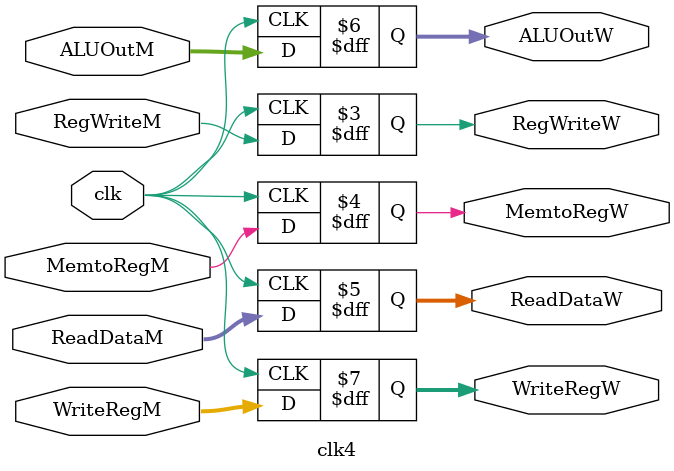
<source format=v>
`timescale 1ns / 1ps
module clk4 #(parameter size = 31)(

input clk,

input RegWriteM, MemtoRegM,
input[size:0] ReadDataM, ALUOutM,
input[4:0] WriteRegM,

output reg RegWriteW, MemtoRegW, 
output reg[size:0] ReadDataW, ALUOutW,
output reg[4:0] WriteRegW
    );

initial 
	begin
		RegWriteW <= 0;
		MemtoRegW <= 0;
		ReadDataW <= 0;
		ALUOutW <= 0;
		WriteRegW <= 0;
	end
	
always @ (posedge clk) 
	begin
		RegWriteW <= RegWriteM;
		MemtoRegW <= MemtoRegM;
		ReadDataW <= ReadDataM;
		ALUOutW <= ALUOutM;
		WriteRegW <= WriteRegM;
	end

endmodule

</source>
